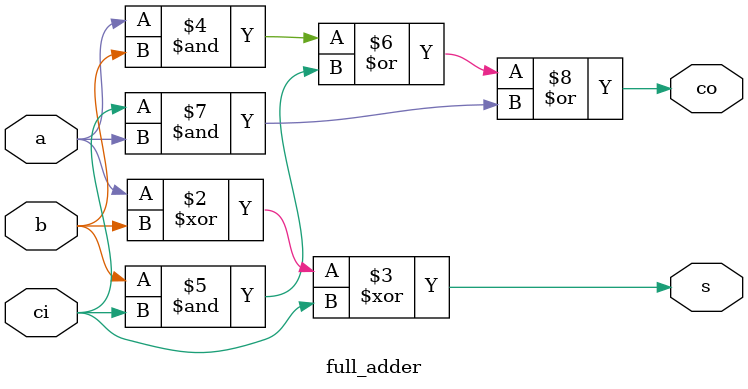
<source format=v>
module full_adder(a,b,ci,s,co);
    input a,b,ci;
	output reg s,co;
	
	always@(*)
	    begin
    		s=a^b^ci;
	        co=a&b|b&ci|ci&a;
		end
	
endmodule
</source>
